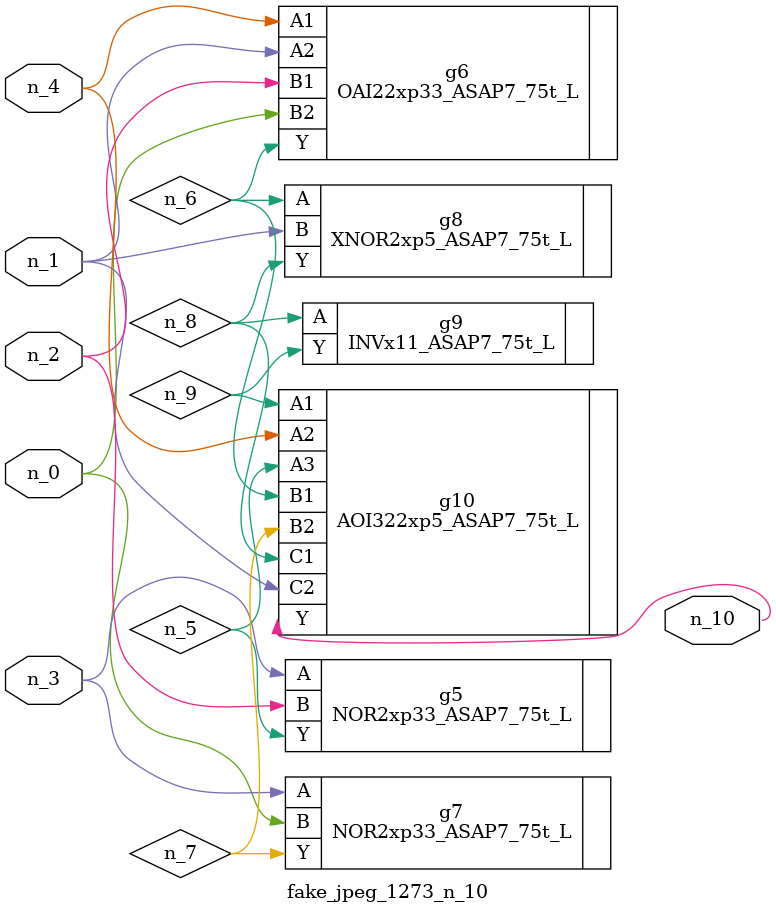
<source format=v>
module fake_jpeg_1273_n_10 (n_3, n_2, n_1, n_0, n_4, n_10);

input n_3;
input n_2;
input n_1;
input n_0;
input n_4;

output n_10;

wire n_8;
wire n_9;
wire n_6;
wire n_5;
wire n_7;

NOR2xp33_ASAP7_75t_L g5 ( 
.A(n_3),
.B(n_2),
.Y(n_5)
);

OAI22xp33_ASAP7_75t_L g6 ( 
.A1(n_4),
.A2(n_1),
.B1(n_2),
.B2(n_0),
.Y(n_6)
);

NOR2xp33_ASAP7_75t_L g7 ( 
.A(n_3),
.B(n_0),
.Y(n_7)
);

XNOR2xp5_ASAP7_75t_L g8 ( 
.A(n_6),
.B(n_1),
.Y(n_8)
);

INVx11_ASAP7_75t_L g9 ( 
.A(n_8),
.Y(n_9)
);

AOI322xp5_ASAP7_75t_L g10 ( 
.A1(n_9),
.A2(n_4),
.A3(n_5),
.B1(n_6),
.B2(n_7),
.C1(n_8),
.C2(n_1),
.Y(n_10)
);


endmodule
</source>
